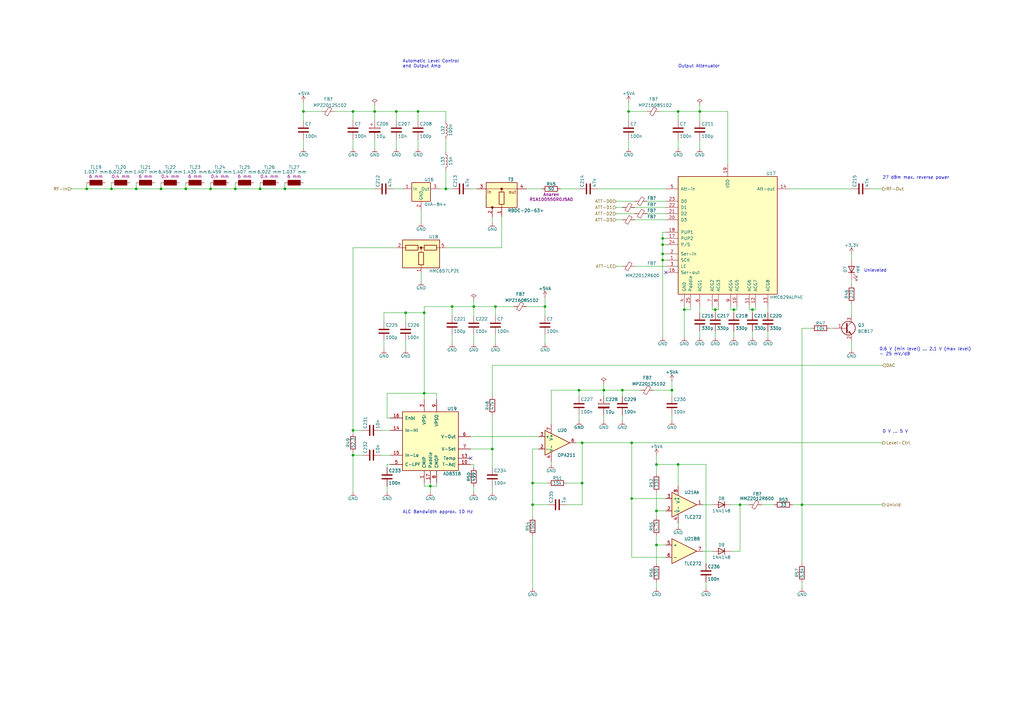
<source format=kicad_sch>
(kicad_sch (version 20250114) (generator "eeschema") (generator_version "9.0")
  (paper "A3")
  (title_block (title "Hauptplatine") (date "16.07.2020") (rev "0") (comment 1 "Hel") (comment 3 "Signalgenerator"))
  (text "0 V ... 5 V" (at 361.95 177.8 0) (effects (font (size 1.27 1.27)) (justify left bottom)))
  (text "Unleveled" (at 354.33 111.76 0) (effects (font (size 1.27 1.27)) (justify left bottom)))
  (text "ALC Bandwidth approx. 10 Hz" (at 165.1 210.82 0) (effects (font (size 1.27 1.27)) (justify left bottom)))
  (text "Output Attenuator" (at 278.13 27.94 0) (effects (font (size 1.27 1.27)) (justify left bottom)))
  (text "Automatic Level Control\nand Output Amp" (at 165.1 27.94 0) (effects (font (size 1.27 1.27)) (justify left bottom)))
  (text "0.6 V (min level) ... 2.1 V (max level)\n- 25 mV/dB" (at 360.68 146.05 0) (effects (font (size 1.27 1.27)) (justify left bottom)))
  (text "27 dBm max. reverse power" (at 361.95 73.66 0) (effects (font (size 1.27 1.27)) (justify left bottom)))
  (junction (at 328.93 207.01))
  (junction (at 185.42 125.73))
  (junction (at 259.08 181.61))
  (junction (at 269.24 190.5))
  (junction (at 166.37 128.27))
  (junction (at 86.36 77.47))
  (junction (at 247.65 160.02))
  (junction (at 255.27 160.02))
  (junction (at 203.2 125.73))
  (junction (at 45.72 77.47))
  (junction (at 201.93 184.15))
  (junction (at 194.31 125.73))
  (junction (at 271.78 97.79))
  (junction (at 173.99 128.27))
  (junction (at 237.49 160.02))
  (junction (at 269.24 209.55))
  (junction (at 271.78 104.14))
  (junction (at 182.88 77.47))
  (junction (at 96.52 77.47))
  (junction (at 287.02 45.72))
  (junction (at 144.78 186.69))
  (junction (at 66.04 77.47))
  (junction (at 171.45 45.72))
  (junction (at 162.56 45.72))
  (junction (at 238.76 181.61))
  (junction (at 303.53 207.01))
  (junction (at 278.13 45.72))
  (junction (at 275.59 160.02))
  (junction (at 144.78 45.72))
  (junction (at 293.37 127))
  (junction (at 223.52 125.73))
  (junction (at 278.13 190.5))
  (junction (at 269.24 223.52))
  (junction (at 124.46 45.72))
  (junction (at 280.67 127))
  (junction (at 153.67 45.72))
  (junction (at 218.44 198.12))
  (junction (at 144.78 176.53))
  (junction (at 35.56 77.47))
  (junction (at 106.68 77.47))
  (junction (at 257.81 45.72))
  (junction (at 300.99 127))
  (junction (at 259.08 204.47))
  (junction (at 176.53 199.39))
  (junction (at 173.99 161.29))
  (junction (at 55.88 77.47))
  (junction (at 308.61 127))
  (junction (at 271.78 100.33))
  (junction (at 271.78 106.68))
  (junction (at 116.84 77.47))
  (junction (at 76.2 77.47))
  (junction (at 238.76 198.12))
  (junction (at 218.44 207.01))
  (no_connect (at 273.05 111.76))
  (no_connect (at 193.04 187.96))
  (wire (pts (xy 223.52 125.73) (xy 215.9 125.73)))
  (wire (pts (xy 86.36 77.47) (xy 76.2 77.47)))
  (wire (pts (xy 257.81 49.53) (xy 257.81 45.72)))
  (wire (pts (xy 283.21 125.73) (xy 283.21 127)))
  (wire (pts (xy 148.59 176.53) (xy 144.78 176.53)))
  (wire (pts (xy 144.78 57.15) (xy 144.78 60.96)))
  (wire (pts (xy 218.44 219.71) (xy 218.44 241.3)))
  (wire (pts (xy 124.46 49.53) (xy 124.46 45.72)))
  (wire (pts (xy 269.24 223.52) (xy 269.24 219.71)))
  (wire (pts (xy 160.02 190.5) (xy 158.75 190.5)))
  (wire (pts (xy 255.27 162.56) (xy 255.27 160.02)))
  (wire (pts (xy 287.02 125.73) (xy 287.02 128.27)))
  (wire (pts (xy 45.72 77.47) (xy 35.56 77.47)))
  (wire (pts (xy 201.93 149.86) (xy 361.95 149.86)))
  (wire (pts (xy 176.53 199.39) (xy 176.53 201.93)))
  (wire (pts (xy 273.05 204.47) (xy 259.08 204.47)))
  (wire (pts (xy 303.53 226.06) (xy 299.72 226.06)))
  (wire (pts (xy 173.99 128.27) (xy 173.99 161.29)))
  (wire (pts (xy 144.78 45.72) (xy 153.67 45.72)))
  (wire (pts (xy 173.99 125.73) (xy 173.99 128.27)))
  (wire (pts (xy 185.42 129.54) (xy 185.42 125.73)))
  (wire (pts (xy 45.72 74.93) (xy 45.72 77.47)))
  (wire (pts (xy 144.78 49.53) (xy 144.78 45.72)))
  (wire (pts (xy 193.04 190.5) (xy 194.31 190.5)))
  (wire (pts (xy 309.88 127) (xy 309.88 125.73)))
  (wire (pts (xy 314.96 125.73) (xy 314.96 128.27)))
  (wire (pts (xy 148.59 186.69) (xy 144.78 186.69)))
  (wire (pts (xy 222.25 77.47) (xy 215.9 77.47)))
  (wire (pts (xy 259.08 181.61) (xy 259.08 204.47)))
  (wire (pts (xy 205.74 101.6) (xy 205.74 88.9)))
  (wire (pts (xy 275.59 172.72) (xy 275.59 170.18)))
  (wire (pts (xy 157.48 132.08) (xy 157.48 128.27)))
  (wire (pts (xy 278.13 57.15) (xy 278.13 60.96)))
  (wire (pts (xy 185.42 125.73) (xy 194.31 125.73)))
  (wire (pts (xy 273.05 228.6) (xy 259.08 228.6)))
  (wire (pts (xy 106.68 77.47) (xy 96.52 77.47)))
  (wire (pts (xy 273.05 97.79) (xy 271.78 97.79)))
  (wire (pts (xy 287.02 45.72) (xy 287.02 43.18)))
  (wire (pts (xy 232.41 207.01) (xy 238.76 207.01)))
  (wire (pts (xy 223.52 137.16) (xy 223.52 140.97)))
  (wire (pts (xy 201.93 170.18) (xy 201.93 184.15)))
  (wire (pts (xy 325.12 207.01) (xy 328.93 207.01)))
  (wire (pts (xy 194.31 129.54) (xy 194.31 125.73)))
  (wire (pts (xy 153.67 49.53) (xy 153.67 45.72)))
  (wire (pts (xy 255.27 85.09) (xy 252.73 85.09)))
  (wire (pts (xy 328.93 231.14) (xy 328.93 207.01)))
  (wire (pts (xy 173.99 198.12) (xy 173.99 199.39)))
  (wire (pts (xy 260.35 82.55) (xy 252.73 82.55)))
  (wire (pts (xy 182.88 69.85) (xy 182.88 77.47)))
  (wire (pts (xy 293.37 128.27) (xy 293.37 127)))
  (wire (pts (xy 307.34 127) (xy 307.34 125.73)))
  (wire (pts (xy 218.44 207.01) (xy 218.44 198.12)))
  (wire (pts (xy 182.88 101.6) (xy 205.74 101.6)))
  (wire (pts (xy 247.65 170.18) (xy 247.65 172.72)))
  (wire (pts (xy 35.56 77.47) (xy 29.21 77.47)))
  (wire (pts (xy 271.78 106.68) (xy 271.78 138.43)))
  (wire (pts (xy 294.64 127) (xy 294.64 125.73)))
  (wire (pts (xy 260.35 87.63) (xy 252.73 87.63)))
  (wire (pts (xy 180.34 77.47) (xy 182.88 77.47)))
  (wire (pts (xy 273.05 209.55) (xy 269.24 209.55)))
  (wire (pts (xy 308.61 127) (xy 309.88 127)))
  (wire (pts (xy 283.21 127) (xy 280.67 127)))
  (wire (pts (xy 349.25 104.14) (xy 349.25 106.68)))
  (wire (pts (xy 153.67 57.15) (xy 153.67 60.96)))
  (wire (pts (xy 176.53 199.39) (xy 179.07 199.39)))
  (wire (pts (xy 255.27 172.72) (xy 255.27 170.18)))
  (wire (pts (xy 137.16 45.72) (xy 144.78 45.72)))
  (wire (pts (xy 349.25 139.7) (xy 349.25 143.51)))
  (wire (pts (xy 238.76 181.61) (xy 259.08 181.61)))
  (wire (pts (xy 299.72 127) (xy 300.99 127)))
  (wire (pts (xy 237.49 170.18) (xy 237.49 172.72)))
  (wire (pts (xy 218.44 212.09) (xy 218.44 207.01)))
  (wire (pts (xy 308.61 128.27) (xy 308.61 127)))
  (wire (pts (xy 144.78 186.69) (xy 144.78 201.93)))
  (wire (pts (xy 153.67 77.47) (xy 116.84 77.47)))
  (wire (pts (xy 157.48 128.27) (xy 166.37 128.27)))
  (wire (pts (xy 201.93 191.77) (xy 201.93 184.15)))
  (wire (pts (xy 271.78 95.25) (xy 271.78 97.79)))
  (wire (pts (xy 269.24 209.55) (xy 269.24 212.09)))
  (wire (pts (xy 273.05 223.52) (xy 269.24 223.52)))
  (wire (pts (xy 255.27 90.17) (xy 252.73 90.17)))
  (wire (pts (xy 238.76 198.12) (xy 238.76 181.61)))
  (wire (pts (xy 166.37 128.27) (xy 173.99 128.27)))
  (wire (pts (xy 124.46 60.96) (xy 124.46 57.15)))
  (wire (pts (xy 158.75 161.29) (xy 158.75 171.45)))
  (wire (pts (xy 162.56 101.6) (xy 144.78 101.6)))
  (wire (pts (xy 166.37 132.08) (xy 166.37 128.27)))
  (wire (pts (xy 171.45 45.72) (xy 182.88 45.72)))
  (wire (pts (xy 223.52 129.54) (xy 223.52 125.73)))
  (wire (pts (xy 203.2 140.97) (xy 203.2 137.16)))
  (wire (pts (xy 287.02 135.89) (xy 287.02 138.43)))
  (wire (pts (xy 218.44 198.12) (xy 218.44 184.15)))
  (wire (pts (xy 280.67 127) (xy 280.67 138.43)))
  (wire (pts (xy 260.35 109.22) (xy 273.05 109.22)))
  (wire (pts (xy 173.99 125.73) (xy 185.42 125.73)))
  (wire (pts (xy 218.44 184.15) (xy 220.98 184.15)))
  (wire (pts (xy 271.78 104.14) (xy 271.78 106.68)))
  (wire (pts (xy 293.37 135.89) (xy 293.37 138.43)))
  (wire (pts (xy 287.02 49.53) (xy 287.02 45.72)))
  (wire (pts (xy 269.24 238.76) (xy 269.24 241.3)))
  (wire (pts (xy 86.36 74.93) (xy 86.36 77.47)))
  (wire (pts (xy 172.72 86.36) (xy 172.72 91.44)))
  (wire (pts (xy 278.13 45.72) (xy 287.02 45.72)))
  (wire (pts (xy 173.99 161.29) (xy 173.99 163.83)))
  (wire (pts (xy 273.05 95.25) (xy 271.78 95.25)))
  (wire (pts (xy 328.93 134.62) (xy 332.74 134.62)))
  (wire (pts (xy 259.08 204.47) (xy 259.08 228.6)))
  (wire (pts (xy 260.35 85.09) (xy 273.05 85.09)))
  (wire (pts (xy 156.21 176.53) (xy 160.02 176.53)))
  (wire (pts (xy 299.72 207.01) (xy 303.53 207.01)))
  (wire (pts (xy 226.06 189.23) (xy 226.06 190.5)))
  (wire (pts (xy 265.43 45.72) (xy 257.81 45.72)))
  (wire (pts (xy 201.93 88.9) (xy 201.93 91.44)))
  (wire (pts (xy 255.27 160.02) (xy 247.65 160.02)))
  (wire (pts (xy 278.13 45.72) (xy 270.51 45.72)))
  (wire (pts (xy 300.99 135.89) (xy 300.99 138.43)))
  (wire (pts (xy 226.06 160.02) (xy 226.06 173.99)))
  (wire (pts (xy 162.56 45.72) (xy 171.45 45.72)))
  (wire (pts (xy 298.45 45.72) (xy 298.45 67.31)))
  (wire (pts (xy 194.31 190.5) (xy 194.31 191.77)))
  (wire (pts (xy 275.59 160.02) (xy 275.59 162.56)))
  (wire (pts (xy 158.75 190.5) (xy 158.75 191.77)))
  (wire (pts (xy 267.97 160.02) (xy 275.59 160.02)))
  (wire (pts (xy 307.34 127) (xy 308.61 127)))
  (wire (pts (xy 289.56 190.5) (xy 278.13 190.5)))
  (wire (pts (xy 173.99 199.39) (xy 176.53 199.39)))
  (wire (pts (xy 289.56 241.3) (xy 289.56 238.76)))
  (wire (pts (xy 182.88 77.47) (xy 185.42 77.47)))
  (wire (pts (xy 280.67 125.73) (xy 280.67 127)))
  (wire (pts (xy 292.1 207.01) (xy 288.29 207.01)))
  (wire (pts (xy 349.25 129.54) (xy 349.25 124.46)))
  (wire (pts (xy 302.26 127) (xy 302.26 125.73)))
  (wire (pts (xy 356.87 77.47) (xy 361.95 77.47)))
  (wire (pts (xy 116.84 77.47) (xy 106.68 77.47)))
  (wire (pts (xy 247.65 160.02) (xy 247.65 157.48)))
  (wire (pts (xy 237.49 77.47) (xy 229.87 77.47)))
  (wire (pts (xy 194.31 125.73) (xy 194.31 123.19)))
  (wire (pts (xy 340.36 134.62) (xy 341.63 134.62)))
  (wire (pts (xy 116.84 74.93) (xy 116.84 77.47)))
  (wire (pts (xy 328.93 134.62) (xy 328.93 207.01)))
  (wire (pts (xy 182.88 49.53) (xy 182.88 45.72)))
  (wire (pts (xy 269.24 201.93) (xy 269.24 209.55)))
  (wire (pts (xy 182.88 62.23) (xy 182.88 57.15)))
  (wire (pts (xy 312.42 207.01) (xy 317.5 207.01)))
  (wire (pts (xy 96.52 74.93) (xy 96.52 77.47)))
  (wire (pts (xy 255.27 109.22) (xy 252.73 109.22)))
  (wire (pts (xy 153.67 45.72) (xy 162.56 45.72)))
  (wire (pts (xy 269.24 231.14) (xy 269.24 223.52)))
  (wire (pts (xy 179.07 161.29) (xy 173.99 161.29)))
  (wire (pts (xy 308.61 135.89) (xy 308.61 138.43)))
  (wire (pts (xy 161.29 77.47) (xy 165.1 77.47)))
  (wire (pts (xy 144.78 186.69) (xy 144.78 185.42)))
  (wire (pts (xy 307.34 207.01) (xy 303.53 207.01)))
  (wire (pts (xy 265.43 87.63) (xy 273.05 87.63)))
  (wire (pts (xy 247.65 162.56) (xy 247.65 160.02)))
  (wire (pts (xy 245.11 77.47) (xy 273.05 77.47)))
  (wire (pts (xy 278.13 215.9) (xy 278.13 214.63)))
  (wire (pts (xy 96.52 77.47) (xy 86.36 77.47)))
  (wire (pts (xy 257.81 45.72) (xy 257.81 41.91)))
  (wire (pts (xy 166.37 139.7) (xy 166.37 143.51)))
  (wire (pts (xy 172.72 111.76) (xy 172.72 115.57)))
  (wire (pts (xy 289.56 190.5) (xy 289.56 231.14)))
  (wire (pts (xy 185.42 137.16) (xy 185.42 140.97)))
  (wire (pts (xy 271.78 97.79) (xy 271.78 100.33)))
  (wire (pts (xy 237.49 162.56) (xy 237.49 160.02)))
  (wire (pts (xy 287.02 57.15) (xy 287.02 60.96)))
  (wire (pts (xy 292.1 226.06) (xy 288.29 226.06)))
  (wire (pts (xy 265.43 82.55) (xy 273.05 82.55)))
  (wire (pts (xy 194.31 199.39) (xy 194.31 201.93)))
  (wire (pts (xy 236.22 181.61) (xy 238.76 181.61)))
  (wire (pts (xy 328.93 207.01) (xy 361.95 207.01)))
  (wire (pts (xy 300.99 127) (xy 302.26 127)))
  (wire (pts (xy 232.41 198.12) (xy 238.76 198.12)))
  (wire (pts (xy 66.04 77.47) (xy 55.88 77.47)))
  (wire (pts (xy 224.79 198.12) (xy 218.44 198.12)))
  (wire (pts (xy 158.75 171.45) (xy 160.02 171.45)))
  (wire (pts (xy 55.88 74.93) (xy 55.88 77.47)))
  (wire (pts (xy 260.35 90.17) (xy 273.05 90.17)))
  (wire (pts (xy 203.2 129.54) (xy 203.2 125.73)))
  (wire (pts (xy 262.89 160.02) (xy 255.27 160.02)))
  (wire (pts (xy 35.56 74.93) (xy 35.56 77.47)))
  (wire (pts (xy 271.78 100.33) (xy 271.78 104.14)))
  (wire (pts (xy 106.68 74.93) (xy 106.68 77.47)))
  (wire (pts (xy 223.52 125.73) (xy 223.52 121.92)))
  (wire (pts (xy 273.05 104.14) (xy 271.78 104.14)))
  (wire (pts (xy 299.72 127) (xy 299.72 125.73)))
  (wire (pts (xy 144.78 176.53) (xy 144.78 101.6)))
  (wire (pts (xy 157.48 139.7) (xy 157.48 143.51)))
  (wire (pts (xy 287.02 45.72) (xy 298.45 45.72)))
  (wire (pts (xy 349.25 116.84) (xy 349.25 114.3)))
  (wire (pts (xy 259.08 181.61) (xy 361.95 181.61)))
  (wire (pts (xy 303.53 207.01) (xy 303.53 226.06)))
  (wire (pts (xy 292.1 127) (xy 293.37 127)))
  (wire (pts (xy 237.49 160.02) (xy 226.06 160.02)))
  (wire (pts (xy 162.56 49.53) (xy 162.56 45.72)))
  (wire (pts (xy 171.45 49.53) (xy 171.45 45.72)))
  (wire (pts (xy 124.46 45.72) (xy 124.46 41.91)))
  (wire (pts (xy 247.65 160.02) (xy 237.49 160.02)))
  (wire (pts (xy 153.67 45.72) (xy 153.67 43.18)))
  (wire (pts (xy 201.93 199.39) (xy 201.93 201.93)))
  (wire (pts (xy 193.04 184.15) (xy 201.93 184.15)))
  (wire (pts (xy 257.81 60.96) (xy 257.81 57.15)))
  (wire (pts (xy 269.24 190.5) (xy 269.24 186.69)))
  (wire (pts (xy 158.75 199.39) (xy 158.75 201.93)))
  (wire (pts (xy 132.08 45.72) (xy 124.46 45.72)))
  (wire (pts (xy 171.45 60.96) (xy 171.45 57.15)))
  (wire (pts (xy 201.93 162.56) (xy 201.93 149.86)))
  (wire (pts (xy 278.13 190.5) (xy 269.24 190.5)))
  (wire (pts (xy 66.04 74.93) (xy 66.04 77.47)))
  (wire (pts (xy 173.99 161.29) (xy 158.75 161.29)))
  (wire (pts (xy 55.88 77.47) (xy 45.72 77.47)))
  (wire (pts (xy 179.07 199.39) (xy 179.07 198.12)))
  (wire (pts (xy 328.93 238.76) (xy 328.93 241.3)))
  (wire (pts (xy 76.2 74.93) (xy 76.2 77.47)))
  (wire (pts (xy 278.13 199.39) (xy 278.13 190.5)))
  (wire (pts (xy 269.24 194.31) (xy 269.24 190.5)))
  (wire (pts (xy 314.96 135.89) (xy 314.96 138.43)))
  (wire (pts (xy 273.05 100.33) (xy 271.78 100.33)))
  (wire (pts (xy 238.76 207.01) (xy 238.76 198.12)))
  (wire (pts (xy 278.13 49.53) (xy 278.13 45.72)))
  (wire (pts (xy 203.2 125.73) (xy 194.31 125.73)))
  (wire (pts (xy 162.56 57.15) (xy 162.56 60.96)))
  (wire (pts (xy 300.99 128.27) (xy 300.99 127)))
  (wire (pts (xy 193.04 77.47) (xy 195.58 77.47)))
  (wire (pts (xy 293.37 127) (xy 294.64 127)))
  (wire (pts (xy 273.05 106.68) (xy 271.78 106.68)))
  (wire (pts (xy 275.59 160.02) (xy 275.59 156.21)))
  (wire (pts (xy 224.79 207.01) (xy 218.44 207.01)))
  (wire (pts (xy 156.21 186.69) (xy 160.02 186.69)))
  (wire (pts (xy 176.53 198.12) (xy 176.53 199.39)))
  (wire (pts (xy 210.82 125.73) (xy 203.2 125.73)))
  (wire (pts (xy 292.1 125.73) (xy 292.1 127)))
  (wire (pts (xy 76.2 77.47) (xy 66.04 77.47)))
  (wire (pts (xy 144.78 177.8) (xy 144.78 176.53)))
  (wire (pts (xy 193.04 179.07) (xy 220.98 179.07)))
  (wire (pts (xy 179.07 163.83) (xy 179.07 161.29)))
  (wire (pts (xy 323.85 77.47) (xy 349.25 77.47)))
  (wire (pts (xy 194.31 137.16) (xy 194.31 140.97)))
  (hierarchical_label "DAC" (shape input) (at 361.95 149.86 0))
  (hierarchical_label "ATT-LE" (shape input) (at 252.73 109.22 180))
  (hierarchical_label "ATT-D2" (shape input) (at 252.73 87.63 180))
  (hierarchical_label "ATT-D3" (shape input) (at 252.73 90.17 180))
  (hierarchical_label "Unlvld" (shape output) (at 361.95 207.01 0))
  (hierarchical_label "ATT-D0" (shape input) (at 252.73 82.55 180))
  (hierarchical_label "Level-Ctrl" (shape output) (at 361.95 181.61 0))
  (hierarchical_label "RF-In" (shape input) (at 29.21 77.47 180))
  (hierarchical_label "RF-Out" (shape output) (at 361.95 77.47 0))
  (hierarchical_label "ATT-D1" (shape input) (at 252.73 85.09 180))
  (symbol (lib_id "mario_aux:GND") (at 280.67 138.43 0) (unit 1)
    (property "Reference" "#GND0213" (effects (hide yes)))
    (property "Value" "GND" (at 280.67 140.97 0))
  )
  (symbol (lib_id "Device:R") (at 218.44 215.9 180) (unit 1)
    (property "Reference" "R54" (at 216.408 215.9 90))
    (property "Value" "150k" (at 218.44 215.9 90))
    (property "Footprint" "Resistor_SMD:R_0805_2012Metric" (effects (hide yes)))
  )
  (symbol (lib_id "mario_aux:GND") (at 218.44 241.3 0) (unit 1)
    (property "Reference" "#GND0237" (effects (hide yes)))
    (property "Value" "GND" (at 218.44 243.84 0))
  )
  (symbol (lib_id "Device:C") (at 287.02 132.08 0) (unit 1)
    (property "Reference" "C216" (at 287.655 129.54 0) (effects (justify left)))
    (property "Value" "330p" (at 287.655 134.62 0) (effects (justify left)))
    (property "Footprint" "Capacitor_SMD:C_0603_1608Metric" (effects (hide yes)))
  )
  (symbol (lib_id "Device:R") (at 269.24 198.12 180) (unit 1)
    (property "Reference" "R52" (at 267.208 198.12 90))
    (property "Value" "330" (at 269.24 198.12 90))
    (property "Footprint" "Resistor_SMD:R_0805_2012Metric" (effects (hide yes)))
  )
  (symbol (lib_id "Device:R") (at 269.24 215.9 180) (unit 1)
    (property "Reference" "R55" (at 267.208 215.9 90))
    (property "Value" "4.7k" (at 269.24 215.9 90))
    (property "Footprint" "Resistor_SMD:R_0805_2012Metric" (effects (hide yes)))
  )
  (symbol (lib_id "Device:C") (at 293.37 132.08 0) (unit 1)
    (property "Reference" "C217" (at 294.005 129.54 0) (effects (justify left)))
    (property "Value" "330p" (at 294.005 134.62 0) (effects (justify left)))
    (property "Footprint" "Capacitor_SMD:C_0603_1608Metric" (effects (hide yes)))
  )
  (symbol (lib_id "Device:C") (at 300.99 132.08 0) (unit 1)
    (property "Reference" "C218" (at 301.625 129.54 0) (effects (justify left)))
    (property "Value" "330p" (at 301.625 134.62 0) (effects (justify left)))
    (property "Footprint" "Capacitor_SMD:C_0603_1608Metric" (effects (hide yes)))
  )
  (symbol (lib_id "Device:C") (at 308.61 132.08 0) (unit 1)
    (property "Reference" "C219" (at 309.245 129.54 0) (effects (justify left)))
    (property "Value" "330p" (at 309.245 134.62 0) (effects (justify left)))
    (property "Footprint" "Capacitor_SMD:C_0603_1608Metric" (effects (hide yes)))
  )
  (symbol (lib_id "Device:C") (at 314.96 132.08 0) (unit 1)
    (property "Reference" "C220" (at 315.595 129.54 0) (effects (justify left)))
    (property "Value" "330p" (at 315.595 134.62 0) (effects (justify left)))
    (property "Footprint" "Capacitor_SMD:C_0603_1608Metric" (effects (hide yes)))
  )
  (symbol (lib_id "Device:R") (at 269.24 234.95 180) (unit 1)
    (property "Reference" "R56" (at 267.208 234.95 90))
    (property "Value" "330" (at 269.24 234.95 90))
    (property "Footprint" "Resistor_SMD:R_0805_2012Metric" (effects (hide yes)))
  )
  (symbol (lib_id "power:+5VA") (at 269.24 186.69 0) (unit 1)
    (property "Reference" "#PWR031" (effects (hide yes)))
    (property "Value" "+5VA" (at 269.24 183.134 0))
  )
  (symbol (lib_id "Device:CP") (at 153.67 53.34 0) (unit 1)
    (property "Reference" "C206" (at 154.305 50.8 0) (effects (justify left)))
    (property "Value" "10µ" (at 154.305 55.88 0) (effects (justify left)))
    (property "Footprint" "Capacitor_Tantalum_SMD:CP_EIA-3528-21_Kemet-B" (effects (hide yes)))
  )
  (symbol (lib_id "mario_aux:GND") (at 269.24 241.3 0) (unit 1)
    (property "Reference" "#GND0238" (effects (hide yes)))
    (property "Value" "GND" (at 269.24 243.84 0))
  )
  (symbol (lib_id "mario_aux:GND") (at 287.02 138.43 0) (unit 1)
    (property "Reference" "#GND0214" (effects (hide yes)))
    (property "Value" "GND" (at 287.02 140.97 0))
  )
  (symbol (lib_id "mario_aux:GND") (at 293.37 138.43 0) (unit 1)
    (property "Reference" "#GND0215" (effects (hide yes)))
    (property "Value" "GND" (at 293.37 140.97 0))
  )
  (symbol (lib_id "mario_aux:GND") (at 300.99 138.43 0) (unit 1)
    (property "Reference" "#GND0216" (effects (hide yes)))
    (property "Value" "GND" (at 300.99 140.97 0))
  )
  (symbol (lib_id "mario_aux:GND") (at 308.61 138.43 0) (unit 1)
    (property "Reference" "#GND0217" (effects (hide yes)))
    (property "Value" "GND" (at 308.61 140.97 0))
  )
  (symbol (lib_id "mario_aux:GND") (at 314.96 138.43 0) (unit 1)
    (property "Reference" "#GND0218" (effects (hide yes)))
    (property "Value" "GND" (at 314.96 140.97 0))
  )
  (symbol (lib_id "Device:D") (at 295.91 207.01 0) (mirror y) (unit 1)
    (property "Reference" "D8" (at 295.91 204.47 0))
    (property "Value" "1N4148" (at 295.91 209.55 0))
    (property "Footprint" "Diode_SMD:D_SOD-323F" (effects (hide yes)))
  )
  (symbol (lib_id "Device:D") (at 295.91 226.06 0) (mirror y) (unit 1)
    (property "Reference" "D9" (at 295.91 223.52 0))
    (property "Value" "1N4148" (at 295.91 228.6 0))
    (property "Footprint" "Diode_SMD:D_SOD-323F" (effects (hide yes)))
  )
  (symbol (lib_id "mario_aux:GND") (at 176.53 201.93 0) (unit 1)
    (property "Reference" "#GND0233" (effects (hide yes)))
    (property "Value" "GND" (at 176.53 204.47 0))
  )
  (symbol (lib_id "Device:R") (at 144.78 181.61 180) (unit 1)
    (property "Reference" "R49" (at 142.748 181.61 90))
    (property "Value" "52.3" (at 144.78 181.61 90))
    (property "Footprint" "Resistor_SMD:R_0603_1608Metric" (effects (hide yes)))
  )
  (symbol (lib_id "Device:C") (at 152.4 176.53 90) (unit 1)
    (property "Reference" "C231" (at 149.86 175.895 0) (effects (justify left)))
    (property "Value" "10n" (at 154.94 175.895 0) (effects (justify left)))
    (property "Footprint" "Capacitor_SMD:C_0603_1608Metric" (effects (hide yes)))
  )
  (symbol (lib_id "Device:C") (at 152.4 186.69 90) (unit 1)
    (property "Reference" "C232" (at 149.86 186.055 0) (effects (justify left)))
    (property "Value" "10n" (at 154.94 186.055 0) (effects (justify left)))
    (property "Footprint" "Capacitor_SMD:C_0603_1608Metric" (effects (hide yes)))
  )
  (symbol (lib_id "mario_aux:GND") (at 144.78 201.93 0) (unit 1)
    (property "Reference" "#GND0231" (effects (hide yes)))
    (property "Value" "GND" (at 144.78 204.47 0))
  )
  (symbol (lib_id "Device:R") (at 194.31 195.58 180) (unit 1)
    (property "Reference" "R50" (at 192.278 195.58 90))
    (property "Value" "499" (at 194.31 195.58 90))
    (property "Footprint" "Resistor_SMD:R_0603_1608Metric" (effects (hide yes)))
  )
  (symbol (lib_id "mario_aux:GND") (at 194.31 201.93 0) (unit 1)
    (property "Reference" "#GND0234" (effects (hide yes)))
    (property "Value" "GND" (at 194.31 204.47 0))
  )
  (symbol (lib_id "Device:C") (at 158.75 195.58 0) (unit 1)
    (property "Reference" "C233" (at 159.385 193.04 0) (effects (justify left)))
    (property "Value" "100n" (at 159.385 198.12 0) (effects (justify left)))
    (property "Footprint" "Capacitor_SMD:C_0603_1608Metric" (effects (hide yes)))
  )
  (symbol (lib_id "mario_aux:GND") (at 158.75 201.93 0) (unit 1)
    (property "Reference" "#GND0232" (effects (hide yes)))
    (property "Value" "GND" (at 158.75 204.47 0))
  )
  (symbol (lib_id "mario_aux:GND") (at 271.78 138.43 0) (unit 1)
    (property "Reference" "#GND0212" (effects (hide yes)))
    (property "Value" "GND" (at 271.78 140.97 0))
  )
  (symbol (lib_id "Device:C") (at 278.13 53.34 0) (unit 1)
    (property "Reference" "C210" (at 278.765 50.8 0) (effects (justify left)))
    (property "Value" "100n" (at 278.765 55.88 0) (effects (justify left)))
    (property "Footprint" "Capacitor_SMD:C_0603_1608Metric" (effects (hide yes)))
    (instances (project "" (path "" (reference "C?") (unit 1)) (path "" (reference "C210") (unit 1))))
  )
  (symbol (lib_id "mario_aux:GND") (at 278.13 60.96 0) (unit 1)
    (property "Reference" "#GND0207" (effects (hide yes)))
    (property "Value" "GND" (at 278.13 63.5 0))
    (instances (project "" (path "" (reference "#GND?") (unit 1)) (path "" (reference "#GND0207") (unit 1))))
  )
  (symbol (lib_id "Device:Ferrite_Bead_Small") (at 267.97 45.72 90) (unit 1)
    (property "Reference" "FB43" (at 269.875 40.64 90) (effects (justify left)))
    (property "Value" "MPZ1608S102" (at 275.59 43.18 90) (effects (justify left)))
    (property "Footprint" "Inductor_SMD:L_0603_1608Metric" (effects (hide yes)))
    (instances (project "" (path "" (reference "FB?") (unit 1)) (path "" (reference "FB43") (unit 1))))
  )
  (symbol (lib_id "Device:C") (at 257.81 53.34 0) (unit 1)
    (property "Reference" "C209" (at 258.445 50.8 0) (effects (justify left)))
    (property "Value" "100n" (at 258.445 55.88 0) (effects (justify left)))
    (property "Footprint" "Capacitor_SMD:C_0603_1608Metric" (effects (hide yes)))
    (instances (project "" (path "" (reference "C?") (unit 1)) (path "" (reference "C209") (unit 1))))
  )
  (symbol (lib_id "mario_aux:GND") (at 257.81 60.96 0) (unit 1)
    (property "Reference" "#GND0206" (effects (hide yes)))
    (property "Value" "GND" (at 257.81 63.5 0))
    (instances (project "" (path "" (reference "#GND?") (unit 1)) (path "" (reference "#GND0206") (unit 1))))
  )
  (symbol (lib_id "Device:C") (at 287.02 53.34 0) (unit 1)
    (property "Reference" "C211" (at 287.655 50.8 0) (effects (justify left)))
    (property "Value" "100p" (at 287.655 55.88 0) (effects (justify left)))
    (property "Footprint" "Capacitor_SMD:C_0603_1608Metric" (effects (hide yes)))
  )
  (symbol (lib_id "mario_aux:GND") (at 287.02 60.96 0) (unit 1)
    (property "Reference" "#GND0208" (effects (hide yes)))
    (property "Value" "GND" (at 287.02 63.5 0))
    (instances (project "" (path "" (reference "#GND?") (unit 1)) (path "" (reference "#GND0208") (unit 1))))
  )
  (symbol (lib_id "power:+5VA") (at 257.81 41.91 0) (unit 1)
    (property "Reference" "#PWR027" (effects (hide yes)))
    (property "Value" "+5VA" (at 257.81 38.354 0))
  )
  (symbol (lib_id "Device:R") (at 336.55 134.62 90) (unit 1)
    (property "Reference" "R47" (at 336.55 132.588 90))
    (property "Value" "10k" (at 336.55 134.62 90))
    (property "Footprint" "Resistor_SMD:R_0805_2012Metric" (effects (hide yes)))
    (instances (project "" (path "" (reference "R47") (unit 1)) (path "" (reference "R?") (unit 1))))
  )
  (symbol (lib_id "Device:Q_NPN_BEC") (at 346.71 134.62 0) (unit 1)
    (property "Reference" "Q3" (at 351.79 133.35 0) (effects (justify left)))
    (property "Value" "BC817" (at 351.79 135.89 0) (effects (justify left)))
    (property "Footprint" "Package_TO_SOT_SMD:SOT-23" (effects (hide yes)))
    (instances (project "" (path "" (reference "Q3") (unit 1)) (path "" (reference "Q?") (unit 1))))
  )
  (symbol (lib_id "mario_aux:GND") (at 349.25 143.51 0) (unit 1)
    (property "Reference" "#GND0225" (effects (hide yes)))
    (property "Value" "GND" (at 349.25 146.05 0))
    (instances (project "" (path "" (reference "#GND?") (unit 1)) (path "" (reference "#GND0225") (unit 1)) (path "" (reference "#GND?") (unit 1))))
  )
  (symbol (lib_id "Device:R") (at 349.25 120.65 180) (unit 1)
    (property "Reference" "R46" (at 347.218 120.65 90))
    (property "Value" "270" (at 349.25 120.65 90))
    (property "Footprint" "Resistor_SMD:R_0805_2012Metric" (effects (hide yes)))
    (instances (project "" (path "" (reference "R46") (unit 1)) (path "" (reference "R?") (unit 1))))
  )
  (symbol (lib_id "Device:LED") (at 349.25 110.49 90) (unit 1)
    (property "Reference" "D7" (at 346.71 110.49 0))
    (property "Value" "red" (at 351.79 110.49 0))
    (property "Footprint" "LED_SMD:LED_0805_2012Metric" (effects (hide yes)))
    (instances (project "" (path "" (reference "D7") (unit 1)) (path "" (reference "D?") (unit 1))))
  )
  (symbol (lib_id "power:+3.3V") (at 349.25 104.14 0) (unit 1)
    (property "Reference" "#PWR028" (effects (hide yes)))
    (property "Value" "+3.3V" (at 349.25 100.584 0))
    (instances (project "" (path "" (reference "#PWR?") (unit 1)) (path "" (reference "#PWR028") (unit 1)) (path "" (reference "#PWR?") (unit 1))))
  )
  (symbol (lib_id "mario_aux:GND") (at 172.72 115.57 0) (unit 1)
    (property "Reference" "#GND0211" (effects (hide yes)))
    (property "Value" "GND" (at 172.72 118.11 0))
  )
  (symbol (lib_id "mario_devices:Gali-74") (at 172.72 77.47 0) (unit 1)
    (property "Reference" "U16" (at 173.99 73.66 0) (effects (justify left)))
    (property "Value" "GVA-84+" (at 173.99 83.82 0) (effects (justify left)))
    (property "Footprint" "Package_TO_SOT_SMD:SOT-89-3" (effects (hide yes)))
  )
  (symbol (lib_id "mario_aux:GND") (at 172.72 91.44 0) (unit 1)
    (property "Reference" "#GND0209" (effects (hide yes)))
    (property "Value" "GND" (at 172.72 93.98 0))
  )
  (symbol (lib_id "Device:L") (at 182.88 66.04 0) (unit 1)
    (property "Reference" "L33" (at 181.61 66.04 90))
    (property "Value" "15n" (at 184.785 66.04 90))
    (property "Footprint" "Inductor_SMD:L_0603_1608Metric" (effects (hide yes)))
  )
  (symbol (lib_id "Device:C") (at 144.78 53.34 0) (unit 1)
    (property "Reference" "C205" (at 145.415 50.8 0) (effects (justify left)))
    (property "Value" "100n" (at 145.415 55.88 0) (effects (justify left)))
    (property "Footprint" "Capacitor_SMD:C_0805_2012Metric" (effects (hide yes)))
    (instances (project "" (path "" (reference "C?") (unit 1)) (path "" (reference "C205") (unit 1))))
  )
  (symbol (lib_id "mario_aux:GND") (at 144.78 60.96 0) (unit 1)
    (property "Reference" "#GND0202" (effects (hide yes)))
    (property "Value" "GND" (at 144.78 63.5 0))
    (instances (project "" (path "" (reference "#GND?") (unit 1)) (path "" (reference "#GND0202") (unit 1))))
  )
  (symbol (lib_id "Device:Ferrite_Bead_Small") (at 134.62 45.72 90) (unit 1)
    (property "Reference" "FB42" (at 136.525 40.64 90) (effects (justify left)))
    (property "Value" "MPZ2012S102" (at 142.24 43.18 90) (effects (justify left)))
    (property "Footprint" "Inductor_SMD:L_0805_2012Metric" (effects (hide yes)))
    (instances (project "" (path "" (reference "FB?") (unit 1)) (path "" (reference "FB42") (unit 1))))
  )
  (symbol (lib_id "Device:C") (at 124.46 53.34 0) (unit 1)
    (property "Reference" "C204" (at 125.095 50.8 0) (effects (justify left)))
    (property "Value" "100n" (at 125.095 55.88 0) (effects (justify left)))
    (property "Footprint" "Capacitor_SMD:C_0805_2012Metric" (effects (hide yes)))
    (instances (project "" (path "" (reference "C?") (unit 1)) (path "" (reference "C204") (unit 1))))
  )
  (symbol (lib_id "mario_aux:GND") (at 124.46 60.96 0) (unit 1)
    (property "Reference" "#GND0201" (effects (hide yes)))
    (property "Value" "GND" (at 124.46 63.5 0))
    (instances (project "" (path "" (reference "#GND?") (unit 1)) (path "" (reference "#GND0201") (unit 1))))
  )
  (symbol (lib_id "mario_aux:GND") (at 162.56 60.96 0) (unit 1)
    (property "Reference" "#GND0204" (effects (hide yes)))
    (property "Value" "GND" (at 162.56 63.5 0))
    (instances (project "" (path "" (reference "#GND?") (unit 1)) (path "" (reference "#GND0204") (unit 1))))
  )
  (symbol (lib_id "Device:C") (at 171.45 53.34 0) (unit 1)
    (property "Reference" "C208" (at 172.085 50.8 0) (effects (justify left)))
    (property "Value" "100p" (at 172.085 55.88 0) (effects (justify left)))
    (property "Footprint" "Capacitor_SMD:C_0603_1608Metric" (effects (hide yes)))
  )
  (symbol (lib_id "mario_aux:GND") (at 153.67 60.96 0) (unit 1)
    (property "Reference" "#GND0203" (effects (hide yes)))
    (property "Value" "GND" (at 153.67 63.5 0))
    (instances (project "" (path "" (reference "#GND?") (unit 1)) (path "" (reference "#GND0203") (unit 1))))
  )
  (symbol (lib_id "power:+5VA") (at 124.46 41.91 0) (unit 1)
    (property "Reference" "#PWR026" (effects (hide yes)))
    (property "Value" "+5VA" (at 124.46 38.354 0))
  )
  (symbol (lib_id "Device:C") (at 194.31 133.35 0) (unit 1)
    (property "Reference" "C222" (at 194.945 130.81 0) (effects (justify left)))
    (property "Value" "100n" (at 194.945 135.89 0) (effects (justify left)))
    (property "Footprint" "Capacitor_SMD:C_0603_1608Metric" (effects (hide yes)))
  )
  (symbol (lib_id "Device:C") (at 223.52 133.35 0) (unit 1)
    (property "Reference" "C224" (at 224.155 130.81 0) (effects (justify left)))
    (property "Value" "100n" (at 224.155 135.89 0) (effects (justify left)))
    (property "Footprint" "Capacitor_SMD:C_0603_1608Metric" (effects (hide yes)))
    (instances (project "" (path "" (reference "C?") (unit 1)) (path "" (reference "C224") (unit 1))))
  )
  (symbol (lib_id "mario_aux:GND") (at 223.52 140.97 0) (unit 1)
    (property "Reference" "#GND0222" (effects (hide yes)))
    (property "Value" "GND" (at 223.52 143.51 0))
    (instances (project "" (path "" (reference "#GND?") (unit 1)) (path "" (reference "#GND0222") (unit 1))))
  )
  (symbol (lib_id "Device:Ferrite_Bead_Small") (at 213.36 125.73 90) (unit 1)
    (property "Reference" "FB49" (at 215.265 120.65 90) (effects (justify left)))
    (property "Value" "MPZ1608S102" (at 220.98 123.19 90) (effects (justify left)))
    (property "Footprint" "Inductor_SMD:L_0603_1608Metric" (effects (hide yes)))
    (instances (project "" (path "" (reference "FB?") (unit 1)) (path "" (reference "FB49") (unit 1))))
  )
  (symbol (lib_id "Device:C") (at 203.2 133.35 0) (unit 1)
    (property "Reference" "C223" (at 203.835 130.81 0) (effects (justify left)))
    (property "Value" "100n" (at 203.835 135.89 0) (effects (justify left)))
    (property "Footprint" "Capacitor_SMD:C_0603_1608Metric" (effects (hide yes)))
    (instances (project "" (path "" (reference "C?") (unit 1)) (path "" (reference "C223") (unit 1))))
  )
  (symbol (lib_id "mario_aux:GND") (at 203.2 140.97 0) (unit 1)
    (property "Reference" "#GND0221" (effects (hide yes)))
    (property "Value" "GND" (at 203.2 143.51 0))
    (instances (project "" (path "" (reference "#GND?") (unit 1)) (path "" (reference "#GND0221") (unit 1))))
  )
  (symbol (lib_id "mario_aux:GND") (at 194.31 140.97 0) (unit 1)
    (property "Reference" "#GND0220" (effects (hide yes)))
    (property "Value" "GND" (at 194.31 143.51 0))
    (instances (project "" (path "" (reference "#GND?") (unit 1)) (path "" (reference "#GND0220") (unit 1))))
  )
  (symbol (lib_id "Device:C") (at 185.42 133.35 0) (unit 1)
    (property "Reference" "C221" (at 186.055 130.81 0) (effects (justify left)))
    (property "Value" "100p" (at 186.055 135.89 0) (effects (justify left)))
    (property "Footprint" "Capacitor_SMD:C_0603_1608Metric" (effects (hide yes)))
  )
  (symbol (lib_id "mario_aux:GND") (at 185.42 140.97 0) (unit 1)
    (property "Reference" "#GND0219" (effects (hide yes)))
    (property "Value" "GND" (at 185.42 143.51 0))
    (instances (project "" (path "" (reference "#GND?") (unit 1)) (path "" (reference "#GND0219") (unit 1))))
  )
  (symbol (lib_id "power:+5VA") (at 223.52 121.92 0) (unit 1)
    (property "Reference" "#PWR029" (effects (hide yes)))
    (property "Value" "+5VA" (at 223.52 118.364 0))
  )
  (symbol (lib_id "mario_aux:GND") (at 201.93 91.44 0) (unit 1)
    (property "Reference" "#GND0210" (effects (hide yes)))
    (property "Value" "GND" (at 201.93 93.98 0))
  )
  (symbol (lib_id "Device:C") (at 166.37 135.89 0) (unit 1)
    (property "Reference" "C226" (at 167.005 133.35 0) (effects (justify left)))
    (property "Value" "100n" (at 167.005 138.43 0) (effects (justify left)))
    (property "Footprint" "Capacitor_SMD:C_0603_1608Metric" (effects (hide yes)))
  )
  (symbol (lib_id "mario_aux:GND") (at 166.37 143.51 0) (unit 1)
    (property "Reference" "#GND0224" (effects (hide yes)))
    (property "Value" "GND" (at 166.37 146.05 0))
    (instances (project "" (path "" (reference "#GND?") (unit 1)) (path "" (reference "#GND0224") (unit 1))))
  )
  (symbol (lib_id "Device:C") (at 157.48 135.89 0) (unit 1)
    (property "Reference" "C225" (at 158.115 133.35 0) (effects (justify left)))
    (property "Value" "100p" (at 158.115 138.43 0) (effects (justify left)))
    (property "Footprint" "Capacitor_SMD:C_0603_1608Metric" (effects (hide yes)))
  )
  (symbol (lib_id "mario_aux:GND") (at 157.48 143.51 0) (unit 1)
    (property "Reference" "#GND0223" (effects (hide yes)))
    (property "Value" "GND" (at 157.48 146.05 0))
    (instances (project "" (path "" (reference "#GND?") (unit 1)) (path "" (reference "#GND0223") (unit 1))))
  )
  (symbol (lib_id "Device:R") (at 226.06 77.47 90) (unit 1)
    (property "Reference" "R45" (at 226.06 75.438 90))
    (property "Value" "50" (at 226.06 77.47 90))
    (property "Footprint" "Resistor_SMD:R_0402_1005Metric" (effects (hide yes)))
    (property "Manufacturer" "Anaren" (at 226.06 79.756 90))
    (property "Part No" "R1A100550R0J5A0" (at 226.06 81.788 90))
  )
  (symbol (lib_id "Device:C") (at 201.93 195.58 0) (unit 1)
    (property "Reference" "C234" (at 202.565 193.04 0) (effects (justify left)))
    (property "Value" "100n" (at 202.565 198.12 0) (effects (justify left)))
    (property "Footprint" "Capacitor_SMD:C_0603_1608Metric" (effects (hide yes)))
  )
  (symbol (lib_id "Device:R") (at 201.93 166.37 180) (unit 1)
    (property "Reference" "R48" (at 199.898 166.37 90))
    (property "Value" "47k" (at 201.93 166.37 90))
    (property "Footprint" "Resistor_SMD:R_0603_1608Metric" (effects (hide yes)))
  )
  (symbol (lib_id "mario_aux:GND") (at 201.93 201.93 0) (unit 1)
    (property "Reference" "#GND0235" (effects (hide yes)))
    (property "Value" "GND" (at 201.93 204.47 0))
  )
  (symbol (lib_id "Device:R") (at 228.6 198.12 90) (unit 1)
    (property "Reference" "R51" (at 228.6 196.088 90))
    (property "Value" "15k" (at 228.6 198.12 90))
    (property "Footprint" "Resistor_SMD:R_0805_2012Metric" (effects (hide yes)))
  )
  (symbol (lib_id "Device:C") (at 237.49 166.37 0) (unit 1)
    (property "Reference" "C227" (at 238.125 163.83 0) (effects (justify left)))
    (property "Value" "100n" (at 238.125 168.91 0) (effects (justify left)))
    (property "Footprint" "Capacitor_SMD:C_0805_2012Metric" (effects (hide yes)))
  )
  (symbol (lib_id "mario_aux:GND") (at 237.49 172.72 0) (unit 1)
    (property "Reference" "#GND0226" (effects (hide yes)))
    (property "Value" "GND" (at 237.49 175.26 0))
  )
  (symbol (lib_id "Device:C") (at 157.48 77.47 90) (unit 1)
    (property "Reference" "C212" (at 154.94 76.835 0) (effects (justify left)))
    (property "Value" "47n" (at 160.02 76.835 0) (effects (justify left)))
    (property "Footprint" "Capacitor_SMD:C_0603_1608Metric" (effects (hide yes)))
  )
  (symbol (lib_id "Device:C") (at 189.23 77.47 90) (unit 1)
    (property "Reference" "C213" (at 186.69 76.835 0) (effects (justify left)))
    (property "Value" "47n" (at 191.77 76.835 0) (effects (justify left)))
    (property "Footprint" "Capacitor_SMD:C_0603_1608Metric" (effects (hide yes)))
  )
  (symbol (lib_id "mario_aux:HMC656LP2E") (at 172.72 104.14 0) (unit 1)
    (property "Reference" "U18" (at 177.8 97.155 0))
    (property "Value" "HMC657LP2E" (at 182.245 111.125 0))
    (property "Footprint" "Package_DFN_QFN:DFN-6-1EP_2x2mm_P0.5mm_EP0.61x1.42mm" (effects (hide yes)))
  )
  (symbol (lib_id "Device:L") (at 182.88 53.34 0) (unit 1)
    (property "Reference" "L32" (at 181.61 53.34 90))
    (property "Value" "100n" (at 184.785 53.34 90))
    (property "Footprint" "Inductor_SMD:L_0603_1608Metric" (effects (hide yes)))
  )
  (symbol (lib_id "Device:C") (at 353.06 77.47 90) (unit 1)
    (property "Reference" "C215" (at 350.52 76.835 0) (effects (justify left)))
    (property "Value" "47n" (at 355.6 76.835 0) (effects (justify left)))
    (property "Footprint" "Capacitor_SMD:C_0603_1608Metric" (effects (hide yes)))
  )
  (symbol (lib_id "power:PWR_FLAG") (at 287.02 43.18 0) (unit 1)
    (property "Reference" "#FLG019" (effects (hide yes)))
    (property "Value" "PWR_FLAG" (effects (hide yes)))
  )
  (symbol (lib_id "power:PWR_FLAG") (at 153.67 43.18 0) (unit 1)
    (property "Reference" "#FLG018" (effects (hide yes)))
    (property "Value" "PWR_FLAG" (effects (hide yes)))
  )
  (symbol (lib_id "power:PWR_FLAG") (at 194.31 123.19 0) (unit 1)
    (property "Reference" "#FLG020" (effects (hide yes)))
    (property "Value" "PWR_FLAG" (effects (hide yes)))
  )
  (symbol (lib_id "mario_aux:RBDC-20-63+_Power_Tap") (at 205.74 80.01 0) (unit 1)
    (property "Reference" "T3" (at 208.28 73.66 0) (effects (justify left)))
    (property "Value" "RBDC-20-63+" (at 208.28 86.36 0) (effects (justify left)))
    (property "Footprint" "mini-circuits:Mini-Circuits_TT1224-2" (effects (hide yes)))
  )
  (symbol (lib_id "mario_aux:Transline_1P") (at 49.53 74.93 270) (unit 1)
    (property "Reference" "TL20" (at 49.53 68.58 90))
    (property "Value" "6.022 mm" (at 49.53 70.485 90))
    (property "Footprint" "mario-various:Transline" (effects (hide yes)))
    (property "Length" "0.4 mm" (at 49.53 72.39 90))
  )
  (symbol (lib_id "mario_aux:Transline_1P") (at 69.85 74.93 270) (unit 1)
    (property "Reference" "TL22" (at 69.85 68.58 90))
    (property "Value" "6.459 mm" (at 69.85 70.485 90))
    (property "Footprint" "mario-various:Transline" (effects (hide yes)))
    (property "Length" "0.4 mm" (at 69.85 72.39 90))
  )
  (symbol (lib_id "mario_aux:Transline_1P") (at 90.17 74.93 270) (unit 1)
    (property "Reference" "TL24" (at 90.17 68.58 90))
    (property "Value" "6.459 mm" (at 90.17 70.485 90))
    (property "Footprint" "mario-various:Transline" (effects (hide yes)))
    (property "Length" "0.4 mm" (at 90.17 72.39 90))
  )
  (symbol (lib_id "mario_aux:Transline_1P") (at 110.49 74.93 270) (unit 1)
    (property "Reference" "TL26" (at 110.49 68.58 90))
    (property "Value" "6.022 mm" (at 110.49 70.485 90))
    (property "Footprint" "mario-various:Transline" (effects (hide yes)))
    (property "Length" "0.4 mm" (at 110.49 72.39 90))
  )
  (symbol (lib_id "mario_aux:Transline_1P") (at 120.65 74.93 270) (unit 1)
    (property "Reference" "TL27" (at 120.65 68.58 90))
    (property "Value" "1.037 mm" (at 120.65 70.485 90))
    (property "Footprint" "mario-various:Transline" (effects (hide yes)))
    (property "Length" "6 mm" (at 120.65 72.39 90))
  )
  (symbol (lib_id "mario_aux:Transline_1P") (at 100.33 74.93 270) (unit 1)
    (property "Reference" "TL25" (at 100.33 68.58 90))
    (property "Value" "1.407 mm" (at 100.33 70.485 90))
    (property "Footprint" "mario-various:Transline" (effects (hide yes)))
    (property "Length" "6 mm" (at 100.33 72.39 90))
  )
  (symbol (lib_id "mario_aux:Transline_1P") (at 80.01 74.93 270) (unit 1)
    (property "Reference" "TL23" (at 80.01 68.58 90))
    (property "Value" "1.435 mm" (at 80.01 70.485 90))
    (property "Footprint" "mario-various:Transline" (effects (hide yes)))
    (property "Length" "6 mm" (at 80.01 72.39 90))
  )
  (symbol (lib_id "mario_aux:Transline_1P") (at 59.69 74.93 270) (unit 1)
    (property "Reference" "TL21" (at 59.69 68.58 90))
    (property "Value" "1.407 mm" (at 59.69 70.485 90))
    (property "Footprint" "mario-various:Transline" (effects (hide yes)))
    (property "Length" "6 mm" (at 59.69 72.39 90))
  )
  (symbol (lib_id "mario_aux:Transline_1P") (at 39.37 74.93 270) (unit 1)
    (property "Reference" "TL19" (at 39.37 68.58 90))
    (property "Value" "1.037 mm" (at 39.37 70.485 90))
    (property "Footprint" "mario-various:Transline" (effects (hide yes)))
    (property "Length" "6 mm" (at 39.37 72.39 90))
  )
  (symbol (lib_id "Device:R") (at 321.31 207.01 90) (unit 1)
    (property "Reference" "R53" (at 321.31 204.978 90))
    (property "Value" "33" (at 321.31 207.01 90))
    (property "Footprint" "Resistor_SMD:R_0805_2012Metric" (effects (hide yes)))
  )
  (symbol (lib_id "Device:R") (at 328.93 234.95 180) (unit 1)
    (property "Reference" "R57" (at 326.898 234.95 90))
    (property "Value" "5.6k" (at 328.93 234.95 90))
    (property "Footprint" "Resistor_SMD:R_0805_2012Metric" (effects (hide yes)))
  )
  (symbol (lib_id "mario_aux:GND") (at 328.93 241.3 0) (unit 1)
    (property "Reference" "#GND0240" (effects (hide yes)))
    (property "Value" "GND" (at 328.93 243.84 0))
  )
  (symbol (lib_id "Device:C") (at 162.56 53.34 0) (unit 1)
    (property "Reference" "C207" (at 163.195 50.8 0) (effects (justify left)))
    (property "Value" "10n" (at 163.195 55.88 0) (effects (justify left)))
    (property "Footprint" "Capacitor_SMD:C_0805_2012Metric" (effects (hide yes)))
  )
  (symbol (lib_id "mario_aux:GND") (at 171.45 60.96 0) (unit 1)
    (property "Reference" "#GND0205" (effects (hide yes)))
    (property "Value" "GND" (at 171.45 63.5 0))
    (instances (project "" (path "" (reference "#GND?") (unit 1)) (path "" (reference "#GND0205") (unit 1))))
  )
  (symbol (lib_id "mario_devices:AD8318") (at 176.53 181.61 0) (unit 1)
    (property "Reference" "U19" (at 185.42 167.64 0))
    (property "Value" "AD8318" (at 185.42 194.31 0))
    (property "Footprint" "Package_DFN_QFN:QFN-16-1EP_4x4mm_P0.65mm_EP2.1x2.1mm_ThermalVias" (effects (hide yes)))
  )
  (symbol (lib_id "mario_devices:HMC629ALP4E") (at 298.45 96.52 0) (unit 1)
    (property "Reference" "U17" (at 316.23 71.12 0))
    (property "Value" "HMC629ALP4E" (at 322.58 121.92 0))
    (property "Footprint" "Package_DFN_QFN:QFN-24-1EP_4x4mm_P0.5mm_EP2.6x2.6mm_ThermalVias" (effects (hide yes)))
  )
  (symbol (lib_id "Device:C") (at 241.3 77.47 90) (unit 1)
    (property "Reference" "C214" (at 238.76 76.835 0) (effects (justify left)))
    (property "Value" "47n" (at 243.84 76.835 0) (effects (justify left)))
    (property "Footprint" "Capacitor_SMD:C_0603_1608Metric" (effects (hide yes)))
  )
  (symbol (lib_id "Device:C") (at 228.6 207.01 90) (unit 1)
    (property "Reference" "C235" (at 226.06 206.375 0) (effects (justify left)))
    (property "Value" "1µ" (at 231.14 206.375 0) (effects (justify left)))
    (property "Footprint" "Capacitor_SMD:C_0805_2012Metric" (effects (hide yes)))
  )
  (symbol (lib_id "Amplifier_Operational:OPA340P") (at 228.6 181.61 0) (unit 1)
    (property "Reference" "U20" (at 228.6 176.53 0) (effects (justify left)))
    (property "Value" "OPA211" (at 228.6 186.69 0) (effects (justify left)))
    (property "Footprint" "Package_SO:SOIC-8_3.9x4.9mm_P1.27mm" (effects (hide yes)))
    (property "Datasheet" "http://www.ti.com/lit/ds/symlink/opa340.pdf" (effects (hide yes)))
  )
  (symbol (lib_id "Device:Ferrite_Bead_Small") (at 265.43 160.02 90) (unit 1)
    (property "Reference" "FB50" (at 267.335 154.94 90) (effects (justify left)))
    (property "Value" "MPZ2012S102" (at 273.05 157.48 90) (effects (justify left)))
    (property "Footprint" "Inductor_SMD:L_0805_2012Metric" (effects (hide yes)))
    (instances (project "" (path "" (reference "FB?") (unit 1)) (path "" (reference "FB50") (unit 1))))
  )
  (symbol (lib_id "mario_aux:GND") (at 226.06 190.5 0) (unit 1)
    (property "Reference" "#GND0230" (effects (hide yes)))
    (property "Value" "GND" (at 226.06 193.04 0))
  )
  (symbol (lib_id "Device:C") (at 255.27 166.37 0) (unit 1)
    (property "Reference" "C229" (at 255.905 163.83 0) (effects (justify left)))
    (property "Value" "100n" (at 255.905 168.91 0) (effects (justify left)))
    (property "Footprint" "Capacitor_SMD:C_0805_2012Metric" (effects (hide yes)))
  )
  (symbol (lib_id "Device:CP") (at 247.65 166.37 0) (unit 1)
    (property "Reference" "C228" (at 248.285 163.83 0) (effects (justify left)))
    (property "Value" "10µ" (at 248.285 168.91 0) (effects (justify left)))
    (property "Footprint" "Capacitor_Tantalum_SMD:CP_EIA-3528-21_Kemet-B" (effects (hide yes)))
  )
  (symbol (lib_id "Device:C") (at 275.59 166.37 0) (unit 1)
    (property "Reference" "C230" (at 276.225 163.83 0) (effects (justify left)))
    (property "Value" "100n" (at 276.225 168.91 0) (effects (justify left)))
    (property "Footprint" "Capacitor_SMD:C_0805_2012Metric" (effects (hide yes)))
  )
  (symbol (lib_id "power:+5VA") (at 275.59 156.21 0) (unit 1)
    (property "Reference" "#PWR030" (effects (hide yes)))
    (property "Value" "+5VA" (at 275.59 152.654 0))
  )
  (symbol (lib_id "mario_aux:GND") (at 247.65 172.72 0) (unit 1)
    (property "Reference" "#GND0227" (effects (hide yes)))
    (property "Value" "GND" (at 247.65 175.26 0))
  )
  (symbol (lib_id "mario_aux:GND") (at 255.27 172.72 0) (unit 1)
    (property "Reference" "#GND0228" (effects (hide yes)))
    (property "Value" "GND" (at 255.27 175.26 0))
  )
  (symbol (lib_id "mario_aux:GND") (at 275.59 172.72 0) (unit 1)
    (property "Reference" "#GND0229" (effects (hide yes)))
    (property "Value" "GND" (at 275.59 175.26 0))
  )
  (symbol (lib_id "Device:Opamp_Dual_Generic") (at 280.67 207.01 0) (unit 1)
    (property "Reference" "U21A" (at 280.67 201.93 0) (effects (justify left)))
    (property "Value" "TLC272" (at 280.67 212.09 0) (effects (justify left)))
    (property "Footprint" "Package_SO:SOIC-8_3.9x4.9mm_P1.27mm" (effects (hide yes)))
  )
  (symbol (lib_id "Device:Opamp_Dual_Generic") (at 280.67 226.06 0) (unit 2)
    (property "Reference" "U21B" (at 280.67 220.98 0) (effects (justify left)))
    (property "Value" "TLC272" (at 280.67 231.14 0) (effects (justify left)))
    (property "Footprint" "Package_SO:SOIC-8_3.9x4.9mm_P1.27mm" (effects (hide yes)))
  )
  (symbol (lib_id "Device:Opamp_Dual_Generic") (at 280.67 207.01 0) (unit 3)
    (property "Reference" "U21C" (effects (hide yes)))
    (property "Value" "TLC272" (effects (hide yes)))
    (property "Footprint" "Package_SO:SOIC-8_3.9x4.9mm_P1.27mm" (effects (hide yes)))
  )
  (symbol (lib_id "Device:C") (at 289.56 234.95 0) (unit 1)
    (property "Reference" "C236" (at 290.195 232.41 0) (effects (justify left)))
    (property "Value" "100n" (at 290.195 237.49 0) (effects (justify left)))
    (property "Footprint" "Capacitor_SMD:C_0805_2012Metric" (effects (hide yes)))
  )
  (symbol (lib_id "mario_aux:GND") (at 289.56 241.3 0) (unit 1)
    (property "Reference" "#GND0239" (effects (hide yes)))
    (property "Value" "GND" (at 289.56 243.84 0))
  )
  (symbol (lib_id "Device:Ferrite_Bead_Small") (at 262.89 82.55 90) (unit 1)
    (property "Reference" "FB44" (at 265.43 81.28 90) (effects (justify right)))
    (property "Value" "MMZ2012R600" (effects (hide yes)))
    (property "Footprint" "Inductor_SMD:L_0805_2012Metric" (effects (hide yes)))
    (instances (project "" (path "" (reference "FB?") (unit 1)) (path "" (reference "FB44") (unit 1))))
  )
  (symbol (lib_id "Device:Ferrite_Bead_Small") (at 257.81 85.09 90) (unit 1)
    (property "Reference" "FB45" (at 265.43 83.82 90) (effects (justify right)))
    (property "Value" "MMZ2012R600" (effects (hide yes)))
    (property "Footprint" "Inductor_SMD:L_0805_2012Metric" (effects (hide yes)))
    (instances (project "" (path "" (reference "FB?") (unit 1)) (path "" (reference "FB45") (unit 1))))
  )
  (symbol (lib_id "Device:Ferrite_Bead_Small") (at 262.89 87.63 90) (unit 1)
    (property "Reference" "FB46" (at 265.43 86.36 90) (effects (justify right)))
    (property "Value" "MMZ2012R600" (effects (hide yes)))
    (property "Footprint" "Inductor_SMD:L_0805_2012Metric" (effects (hide yes)))
    (instances (project "" (path "" (reference "FB?") (unit 1)) (path "" (reference "FB46") (unit 1))))
  )
  (symbol (lib_id "mario_aux:GND") (at 278.13 215.9 0) (unit 1)
    (property "Reference" "#GND0236" (effects (hide yes)))
    (property "Value" "GND" (at 278.13 218.44 0))
  )
  (symbol (lib_id "Device:Ferrite_Bead_Small") (at 257.81 90.17 90) (unit 1)
    (property "Reference" "FB47" (at 265.43 88.9 90) (effects (justify right)))
    (property "Value" "MMZ2012R600" (effects (hide yes)))
    (property "Footprint" "Inductor_SMD:L_0805_2012Metric" (effects (hide yes)))
    (instances (project "" (path "" (reference "FB?") (unit 1)) (path "" (reference "FB47") (unit 1))))
  )
  (symbol (lib_id "Device:Ferrite_Bead_Small") (at 257.81 109.22 90) (unit 1)
    (property "Reference" "FB48" (at 265.43 107.95 90) (effects (justify right)))
    (property "Value" "MMZ2012R600" (at 270.51 113.03 90) (effects (justify left)))
    (property "Footprint" "Inductor_SMD:L_0805_2012Metric" (effects (hide yes)))
    (instances (project "" (path "" (reference "FB?") (unit 1)) (path "" (reference "FB48") (unit 1))))
  )
  (symbol (lib_id "power:PWR_FLAG") (at 247.65 157.48 0) (unit 1)
    (property "Reference" "#FLG021" (effects (hide yes)))
    (property "Value" "PWR_FLAG" (effects (hide yes)))
  )
  (symbol (lib_id "Device:Ferrite_Bead_Small") (at 309.88 207.01 90) (unit 1)
    (property "Reference" "FB51" (at 312.42 202.565 90) (effects (justify left)))
    (property "Value" "MMZ2012R600" (at 317.5 204.47 90) (effects (justify left)))
    (property "Footprint" "Inductor_SMD:L_0805_2012Metric" (effects (hide yes)))
    (instances (project "" (path "" (reference "FB?") (unit 1)) (path "" (reference "FB51") (unit 1))))
  )
)
</source>
